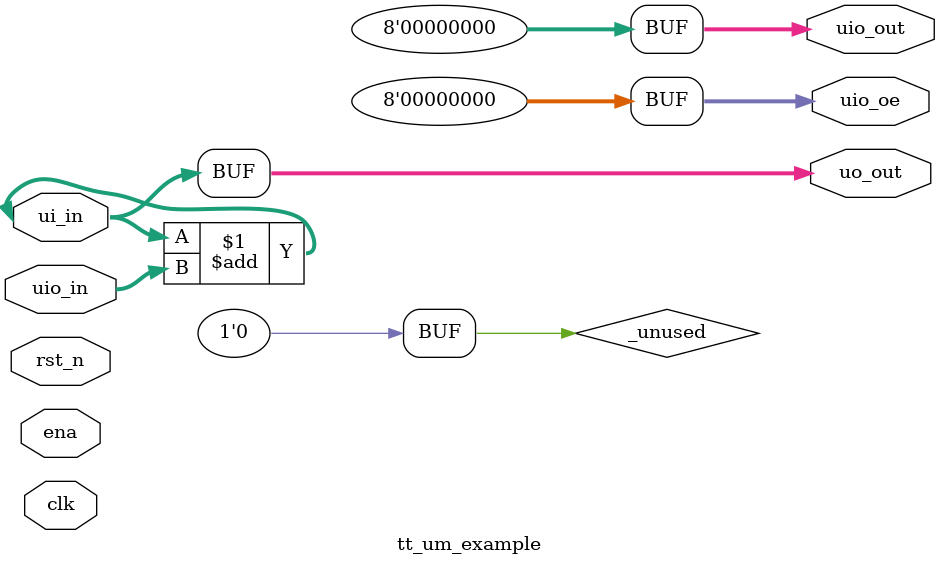
<source format=v>
/*
 * Copyright (c) 2024 Your Name
 * SPDX-License-Identifier: Apache-2.0
 */

`default_nettype none

module tt_um_example (
    input  wire [7:0] ui_in,    // Dedicated inputs
    output wire [7:0] uo_out,   // Dedicated outputs
    input  wire [7:0] uio_in,   // IOs: Input path
    output wire [7:0] uio_out,  // IOs: Output path
    output wire [7:0] uio_oe,   // IOs: Enable path (active high: 0=input, 1=output)
    input  wire       ena,      // always 1 when the design is powered, so you can ignore it
    input  wire       clk,      // clock
    input  wire       rst_n     // reset_n - low to reset
);

  // All output pins must be assigned. If not used, assign to 0.
  assign uo_out  = ui_in + uio_in;  // Example: ou_out is the sum of ui_in and uio_in
  assign uio_out = 0;
  assign uio_oe  = 0;

  // List all unused inputs to prevent warnings
  wire _unused = &{ena, clk, rst_n, 1'b0};

  // Your used design goes here
  assign uo_out = ui_in;

endmodule

</source>
